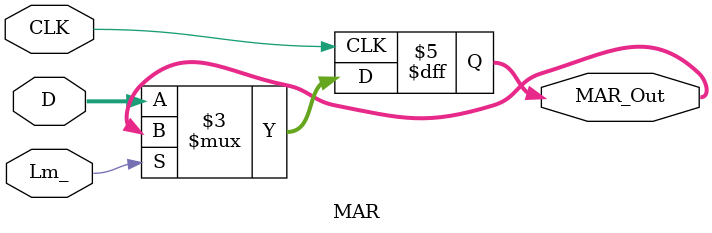
<source format=v>
module MAR( MAR_Out, Lm_, D, CLK);
 output [3:0] MAR_Out;
 input  [3:0] D;
 input  Lm_, CLK;

 reg  [3:0] MAR_Out;
 wire [3:0] D;

 always@(posedge CLK)
 begin
  if(~Lm_)MAR_Out <= D;
 end

endmodule

</source>
